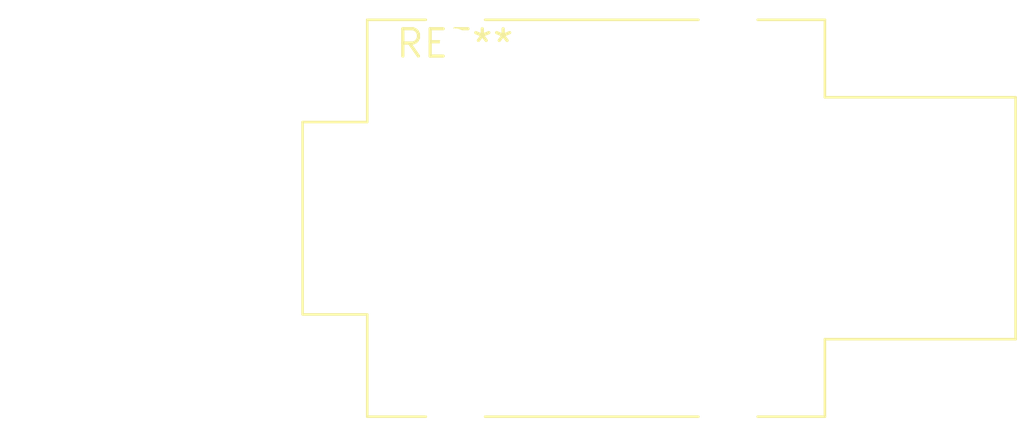
<source format=kicad_pcb>
(kicad_pcb (version 20240108) (generator pcbnew)
  (layers (0 "F.Cu" signal) (31 "B.Cu" signal) (34 "B.Paste" user) (35 "F.Paste" user) (36 "B.SilkS" user "B.Silkscreen") (37 "F.SilkS" user "F.Silkscreen") (38 "B.Mask" user) (39 "F.Mask" user) (44 "Edge.Cuts" user))
  (net 0 "")
  (footprint "Jack_6.35mm_Neutrik_NMJ4HFD2_Horizontal" (layer "F.Cu") (at 0 0)
    (property "Reference" "REF**")
    (property "Value" "Jack_6.35mm_Neutrik_NMJ4HFD2_Horizontal")
    (fp_line (start -7.07 3.645) (end -4.07 3.645) (layer "F.SilkS") (stroke (width 0.12)))
    (fp_line (start -7.07 12.545) (end -7.07 3.645) (layer "F.SilkS") (stroke (width 0.12)))
    (fp_line (start -7.07 12.585) (end -4.07 12.585) (layer "F.SilkS") (stroke (width 0.12)))
    (fp_line (start -4.07 -1.105) (end -1.35 -1.105) (layer "F.SilkS") (stroke (width 0.12)))
    (fp_line (start -4.07 3.645) (end -4.07 -1.105) (layer "F.SilkS") (stroke (width 0.12)))
    (fp_line (start -4.07 17.335) (end -4.07 12.585) (layer "F.SilkS") (stroke (width 0.12)))
    (fp_line (start -1.35 17.335) (end -4.07 17.335) (layer "F.SilkS") (stroke (width 0.12)))
    (fp_line (start 1.4 -1.105) (end 11.3 -1.105) (layer "F.SilkS") (stroke (width 0.12)))
    (fp_line (start 11.3 17.335) (end 1.4 17.335) (layer "F.SilkS") (stroke (width 0.12)))
    (fp_line (start 17.17 -1.105) (end 14.05 -1.105) (layer "F.SilkS") (stroke (width 0.12)))
    (fp_line (start 17.17 2.495) (end 17.17 -1.105) (layer "F.SilkS") (stroke (width 0.12)))
    (fp_line (start 17.17 2.495) (end 26.02 2.495) (layer "F.SilkS") (stroke (width 0.12)))
    (fp_line (start 17.17 13.735) (end 26.02 13.735) (layer "F.SilkS") (stroke (width 0.12)))
    (fp_line (start 17.17 17.335) (end 14.05 17.335) (layer "F.SilkS") (stroke (width 0.12)))
    (fp_line (start 17.17 17.335) (end 17.17 13.735) (layer "F.SilkS") (stroke (width 0.12)))
    (fp_line (start 26.02 13.735) (end 26.02 2.495) (layer "F.SilkS") (stroke (width 0.12)))
    (pad "S" thru_hole circle (at 12.7 0) (size 3 3) (drill 1.4) (layers *.Cu *.Mask) (remove_unused_layers))
    (pad "SN" thru_hole circle (at 12.7 16.23) (size 3 3) (drill 1.4) (layers *.Cu *.Mask) (remove_unused_layers))
    (pad "T" thru_hole circle (at 0 0) (size 3 3) (drill 1.4) (layers *.Cu *.Mask) (remove_unused_layers))
    (pad "TN" thru_hole circle (at 0 16.23) (size 3 3) (drill 1.4) (layers *.Cu *.Mask) (remove_unused_layers))
  )
)
</source>
